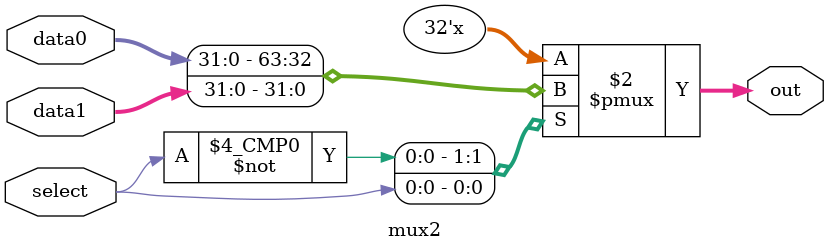
<source format=v>
module mux2 (data0,data1,select,out);
  input wire [31:0] data0, data1; 
  input wire select; 
  output reg [31:0] out;
  always @(data0, data1, select) begin
    case (select) 
      0: out <= data0;
      1: out <= data1;
    endcase
  end

endmodule
</source>
